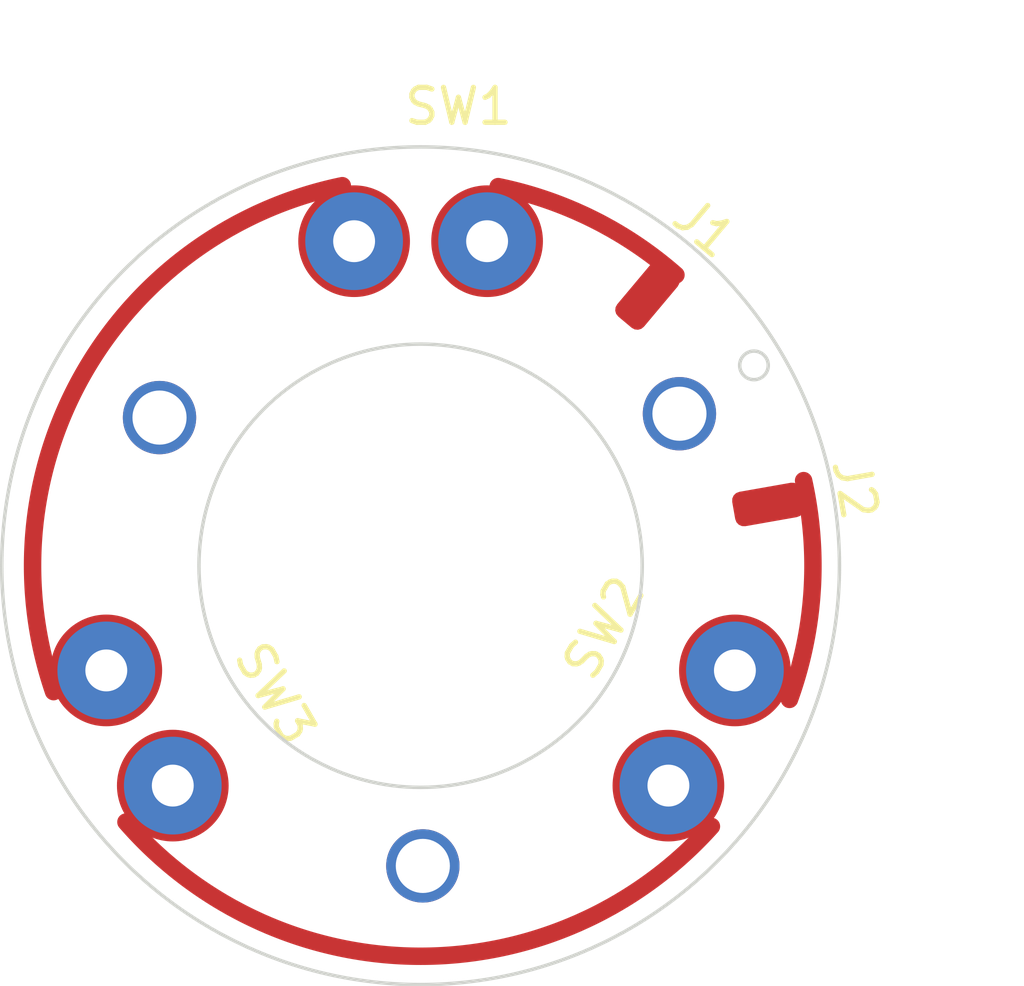
<source format=kicad_pcb>
(kicad_pcb (version 20221018) (generator pcbnew)
  (layers (0 "F.Cu" signal) (31 "B.Cu" signal) (34 "B.Paste" user) (35 "F.Paste" user) (36 "B.SilkS" user "B.Silkscreen") (37 "F.SilkS" user "F.Silkscreen") (38 "B.Mask" user) (39 "F.Mask" user) (44 "Edge.Cuts" user))
  (net 0 "")
  (net 1 "Net-(J1-Pin_1)")
  (net 2 "Net-(J2-Pin_1)")
  (net 3 "Net-(SW1-Pad1)")
  (net 4 "Net-(SW2-Pad1)")
  (footprint "TouchProbeLibrary2:Ball Bearing Switch .0625 inch" (layer "F.Cu") (at 8.052304 4.649 60)
    (fp_text reference "SW2" (at 1.084113 -3.86226 60) (layer "F.SilkS"))
    (fp_text value "SW_Push")
    (pad "1" thru_hole circle (at -1.905 0 60) (size 2.8 2.8) (drill 1.2) (layers "*.Cu" "F.Mask") (net 4 "Net-(SW2-Pad1)"))
    (pad "1" connect circle (at -1.905 0 60) (size 3.2 3.2) (layers "F.Cu" "F.Mask") (net 4 "Net-(SW2-Pad1)"))
    (pad "2" thru_hole circle (at 1.905 0 60) (size 2.8 2.8) (drill 1.2) (layers "*.Cu" "F.Mask") (net 2 "Net-(J2-Pin_1)"))
    (pad "2" connect circle (at 1.905 0 60) (size 3.2 3.2) (layers "F.Cu" "F.Mask") (net 2 "Net-(J2-Pin_1)"))
  )
  (footprint "TouchProbeLibrary2:Ball Bearing Switch .0625 inch" (layer "F.Cu") (at -8.052304 4.649 -60)
    (fp_text reference "SW3" (at 1.084113 -3.86226 120) (layer "F.SilkS"))
    (fp_text value "SW_Push")
    (pad "1" thru_hole circle (at -1.905 0 300) (size 2.8 2.8) (drill 1.2) (layers "*.Cu" "F.Mask") (net 3 "Net-(SW1-Pad1)"))
    (pad "1" connect circle (at -1.905 0 300) (size 3.2 3.2) (layers "F.Cu" "F.Mask") (net 3 "Net-(SW1-Pad1)"))
    (pad "2" thru_hole circle (at 1.905 0 300) (size 2.8 2.8) (drill 1.2) (layers "*.Cu" "F.Mask") (net 4 "Net-(SW2-Pad1)"))
    (pad "2" connect circle (at 1.905 0 300) (size 3.2 3.2) (layers "F.Cu" "F.Mask") (net 4 "Net-(SW2-Pad1)"))
  )
  (footprint "TouchProbeLibrary2:Ball Bearing Switch .0625 inch" (layer "F.Cu") (at 0 -9.298)
    (fp_text reference "SW1" (at 1.084113 -3.86226) (layer "F.SilkS"))
    (fp_text value "SW_Push")
    (pad "1" thru_hole circle locked (at -1.905 0) (size 2.8 2.8) (drill 1.2) (layers "*.Cu" "F.Mask") (net 3 "Net-(SW1-Pad1)"))
    (pad "1" connect circle locked (at -1.905 0) (size 3.2 3.2) (layers "F.Cu" "F.Mask") (net 3 "Net-(SW1-Pad1)"))
    (pad "2" thru_hole circle locked (at 1.905 0) (size 2.8 2.8) (drill 1.2) (layers "*.Cu" "F.Mask") (net 1 "Net-(J1-Pin_1)"))
    (pad "2" connect circle locked (at 1.905 0) (size 3.2 3.2) (layers "F.Cu" "F.Mask") (net 1 "Net-(J1-Pin_1)"))
  )
  (footprint "TouchProbeLibrary2:1.5mmMountingHoleNoCon" (layer "F.Cu") (at 7.447818 -4.3 -60)
    (fp_text reference "H3" hide)
    (fp_text value "MountingHole" hide)
    (pad "" np_thru_hole circle (at -0.064 0 300) (size 2.1 2.1) (drill 1.55) (layers "*.Cu" "*.Mask"))
  )
  (footprint "Connector_Wire:SolderWirePad_1x01_SMD_1x2mm" (layer "F.Cu") (at 9.955618 -1.755443 -80)
    (fp_text reference "J2" (at 0 -2.54 100) (layer "F.SilkS"))
    (fp_text value "Conn_01x01")
    (pad "1" smd roundrect (at 0 0 280) (size 1 2) (layers "F.Cu" "F.Paste" "F.Mask") (net 2 "Net-(J2-Pin_1)"))
  )
  (footprint "TouchProbeLibrary2:1.5mmMountingHoleNoCon" (layer "F.Cu") (at -7.447818 -4.3 60)
    (fp_text reference "H3" hide)
    (fp_text value "MountingHole" hide)
    (pad "" np_thru_hole circle (at -0.064 0 60) (size 2.1 2.1) (drill 1.55) (layers "F&B.Cu" "*.Mask"))
  )
  (footprint "TouchProbeLibrary2:1.5mmMountingHoleNoCon" (layer "F.Cu") (at 0 8.6 180)
    (fp_text reference "H2" hide)
    (fp_text value "MountingHole" hide)
    (pad "" np_thru_hole circle (at -0.064 0 180) (size 2.1 2.1) (drill 1.55) (layers "F&B.Cu" "*.Mask"))
  )
  (footprint "Connector_Wire:SolderWirePad_1x01_SMD_1x2mm" (layer "F.Cu") (at 6.498069 -7.744096 -40)
    (fp_text reference "J1" (at 0 -2.54 140) (layer "F.SilkS"))
    (fp_text value "Conn_01x01")
    (pad "1" smd roundrect (at 0 0 320) (size 1 2) (layers "F.Cu" "F.Paste" "F.Mask") (net 1 "Net-(J1-Pin_1)"))
  )
  (gr_arc (start -10.5156 3.6068) (mid -9.655269 -5.51023) (end -2.243312 -10.888269) (stroke (width 0.5)) (layer "F.Cu"))
  (gr_arc (start 2.222889 -10.861851) (mid 4.934048 -9.928555) (end 7.3152 -8.3312) (stroke (width 0.5)) (layer "F.Cu"))
  (gr_arc (start 8.3312 7.4676) (mid -0.083222 11.187807) (end -8.441369 7.342835) (stroke (width 0.5)) (layer "F.Cu"))
  (gr_arc (start 10.972799 -2.4384) (mid 11.217117 0.724159) (end 10.568182 3.829052) (stroke (width 0.5)) (layer "F.Cu"))
  (gr_circle (center 0 0) (end 12 0) (stroke (width 0.1)) (fill none) (layer "Edge.Cuts"))
  (gr_circle (center 0 0) (end 6.35 0) (stroke (width 0.1)) (fill none) (layer "Edge.Cuts"))
  (gr_circle (center 9.5504 -5.7404) (end 9.4996 -6.1468) (stroke (width 0.1)) (fill none) (layer "Edge.Cuts"))
)
</source>
